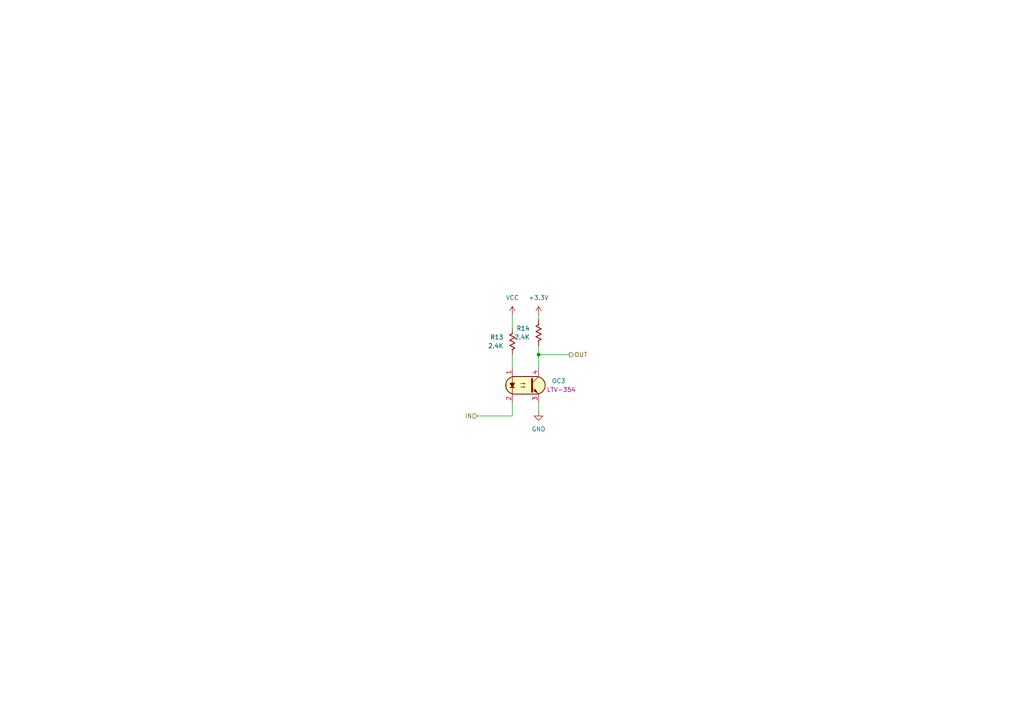
<source format=kicad_sch>
(kicad_sch (version 20250114) (generator "eeschema") (generator_version "9.0")
  (paper "A4")
  (lib_symbols
    (symbol "GP8211S-TC50:R_0603" (pin_numbers (hide yes)) (pin_names (offset 0))
      (property "Reference" "R" (at 2.54 1.27 0))
      (property "Value" "R_0603" (at 2.54 -1.27 0))
      (symbol "R_0603_0_1"
        (polyline (pts (xy 0 2.286) (xy 0 2.54)) (stroke (width 0.254)))
        (polyline (pts (xy 0 2.286) (xy 0.762 1.905) (xy -0.762 1.143) (xy 0 0.762) (xy 0.762 0.381) (xy 0 0) (xy -0.762 -0.381) (xy 0 -0.762) (xy 0.762 -1.143) (xy 0 -1.524) (xy -0.762 -1.905) (xy 0 -2.286)) (stroke (width 0.254)))
        (polyline (pts (xy 0 -2.286) (xy 0 -2.54)) (stroke (width 0.254)))
      )
      (symbol "R_0603_0_2"
        (polyline (pts (xy -2.54 -2.54) (xy -1.778 -1.778)))
        (polyline (pts (xy -1.778 -1.778) (xy -1.524 -1.524)) (stroke (width 0.254)))
        (polyline (pts (xy -1.524 -1.524) (xy -1.778 -0.762) (xy -1.016 -1.016)) (stroke (width 0.254)))
        (polyline (pts (xy -0.508 -0.508) (xy -0.762 0.254) (xy 0 0)) (stroke (width 0.254)))
        (polyline (pts (xy -0.508 -0.508) (xy -0.254 -1.27) (xy -1.016 -1.016)) (stroke (width 0.254)))
        (polyline (pts (xy 0.508 0.508) (xy 0.254 1.27) (xy 1.016 1.016)) (stroke (width 0.254)))
        (polyline (pts (xy 0.508 0.508) (xy 0.762 -0.254) (xy 0 0)) (stroke (width 0.254)))
        (polyline (pts (xy 1.524 1.524) (xy 1.778 0.762) (xy 1.016 1.016)) (stroke (width 0.254)))
        (polyline (pts (xy 1.778 1.778) (xy 1.524 1.524)) (stroke (width 0.254)))
        (polyline (pts (xy 1.778 1.778) (xy 2.54 2.54)))
      )
      (symbol "R_0603_1_1"
        (pin passive line (at 0 3.81 270) (length 1.27) (name "~") (number "1"))
        (pin passive line (at 0 -3.81 90) (length 1.27) (name "~") (number "2"))
      )
      (symbol "R_0603_1_2"
        (pin passive line (at -2.54 -2.54 0) (length 0) (name "") (number "2"))
        (pin passive line (at 2.54 2.54 180) (length 0) (name "") (number "1"))
      )
    )
    (symbol "Optocoupler_AKL:FOD817S" (pin_names (offset 1.016))
      (property "Reference" "OC" (at 6.35 1.27 0))
      (property "Value" "FOD817S" (at 6.35 -1.27 0))
      (symbol "FOD817S_0_1"
        (polyline (pts (xy -4.445 -0.635) (xy -3.175 -0.635)) (stroke (width 0.254)))
        (polyline (pts (xy -3.81 -0.635) (xy -4.445 0.635) (xy -3.175 0.635) (xy -3.81 -0.635)) (stroke (width 0.254)) (fill (type outline)))
        (polyline (pts (xy -3.81 -2.54) (xy -3.81 -1.27) (xy -3.81 2.54)) (stroke (width 0.1524)))
        (polyline (pts (xy -3.175 2.54) (xy 3.175 2.54)) (stroke (width 0.254)))
        (arc (start -3.1975 -2.54) (mid -5.7151 0) (end -3.1975 2.54) (stroke (width 0.254)))
        (polyline (pts (xy -2.54 2.54) (xy 3.429 2.54) (xy 4.318 2.286) (xy 4.699 2.032) (xy 5.08 1.651) (xy 5.461 1.016) (xy 5.715 0.381) (xy 5.715 -0.381) (xy 5.461 -1.143) (xy 4.826 -1.905) (xy 4.191 -2.286) (xy 3.302 -2.54) (xy -3.81 -2.54) (xy -3.81 -2.54) (xy -4.572 -2.032) (xy -5.08 -1.778) (xy -5.588 -0.508) (xy -5.588 0.254) (xy -5.588 1.016) (xy -5.08 1.778) (xy -4.318 2.286) (xy -3.556 2.54) (xy -2.54 2.54)) (stroke (width 0.01)) (fill (type background)))
        (polyline (pts (xy -1.397 0.508) (xy -0.127 0.508) (xy -0.508 0.381) (xy -0.508 0.635) (xy -0.127 0.508)))
        (polyline (pts (xy -1.397 -0.508) (xy -0.127 -0.508) (xy -0.508 -0.635) (xy -0.508 -0.381) (xy -0.127 -0.508)))
        (polyline (pts (xy 1.905 1.905) (xy 1.905 -1.905) (xy 1.905 -1.905)) (stroke (width 0.508)))
        (polyline (pts (xy 1.905 0.635) (xy 3.81 2.54)))
        (polyline (pts (xy 2.413 -1.651) (xy 2.921 -1.143) (xy 3.429 -2.159) (xy 2.413 -1.651) (xy 2.413 -1.651)) (fill (type outline)))
        (arc (start 3.1975 2.54) (mid 5.7151 0) (end 3.1975 -2.54) (stroke (width 0.254)))
        (polyline (pts (xy 3.175 -2.54) (xy -3.175 -2.54)) (stroke (width 0.254)))
        (polyline (pts (xy 3.81 -2.54) (xy 1.905 -0.635)) (fill (type outline)))
      )
      (symbol "FOD817S_1_1"
        (pin passive line (at -3.81 5.08 270) (length 2.54) (name "~") (number "1"))
        (pin passive line (at -3.81 -5.08 90) (length 2.54) (name "~") (number "2"))
        (pin passive line (at 3.81 5.08 270) (length 2.54) (name "~") (number "4"))
        (pin passive line (at 3.81 -5.08 90) (length 2.54) (name "~") (number "3"))
      )
    )
    (symbol "power:+3.3V" (power) (pin_numbers (hide yes)) (pin_names (offset 0) (hide yes))
      (property "Value" "+3.3V" (at 0 3.556 0))
      (symbol "+3.3V_0_1"
        (polyline (pts (xy -0.762 1.27) (xy 0 2.54)))
        (polyline (pts (xy 0 2.54) (xy 0.762 1.27)))
        (polyline (pts (xy 0 0) (xy 0 2.54)))
      )
      (symbol "+3.3V_1_1"
        (pin power_in line (at 0 0 90) (length 0) (name "~") (number "1"))
      )
    )
    (symbol "power:GND" (power) (pin_numbers (hide yes)) (pin_names (offset 0) (hide yes))
      (property "Value" "GND" (at 0 -3.81 0))
      (symbol "GND_0_1"
        (polyline (pts (xy 0 0) (xy 0 -1.27) (xy 1.27 -1.27) (xy 0 -2.54) (xy -1.27 -1.27) (xy 0 -1.27)))
      )
      (symbol "GND_1_1"
        (pin power_in line (at 0 0 270) (length 0) (name "~") (number "1"))
      )
    )
    (symbol "power:VCC" (power) (pin_numbers (hide yes)) (pin_names (offset 0) (hide yes))
      (property "Value" "VCC" (at 0 3.556 0))
      (symbol "VCC_0_1"
        (polyline (pts (xy -0.762 1.27) (xy 0 2.54)))
        (polyline (pts (xy 0 2.54) (xy 0.762 1.27)))
        (polyline (pts (xy 0 0) (xy 0 2.54)))
      )
      (symbol "VCC_1_1"
        (pin power_in line (at 0 0 90) (length 0) (name "~") (number "1"))
      )
    )
  )
  (junction (at 156.21 102.87))
  (wire (pts (xy 156.21 100.33) (xy 156.21 102.87)))
  (wire (pts (xy 148.59 91.44) (xy 148.59 95.25)))
  (wire (pts (xy 156.21 102.87) (xy 165.1 102.87)))
  (wire (pts (xy 156.21 102.87) (xy 156.21 106.68)))
  (wire (pts (xy 148.59 120.65) (xy 148.59 116.84)))
  (wire (pts (xy 156.21 116.84) (xy 156.21 119.38)))
  (wire (pts (xy 138.43 120.65) (xy 148.59 120.65)))
  (wire (pts (xy 156.21 91.44) (xy 156.21 92.71)))
  (wire (pts (xy 148.59 102.87) (xy 148.59 106.68)))
  (hierarchical_label "OUT" (shape output) (at 165.1 102.87 0))
  (hierarchical_label "IN" (shape input) (at 138.43 120.65 180))
  (symbol (lib_id "Optocoupler_AKL:FOD817S") (at 152.4 111.76 0) (unit 1)
    (property "Reference" "OC3" (at 160.02 110.4899 0) (effects (justify left)))
    (property "Value" "FOD817S" (effects (hide yes)))
    (property "Footprint" "Package_DIP_AKL:SMDIP-4_W9.53mm" (effects (hide yes)))
    (property "Datasheet" "https://www.tme.eu/Document/3a0358906a5fcb3aa253d025de809a1d/FOD814300W.PDF" (effects (hide yes)))
    (property "Description" "SMDIP-4 Optocoupler, Transistor output, 5kV, 8us, Alternate KiCAD Library" (effects (hide yes)))
    (property "Part Number" "LTV-354" (at 162.814 113.03 0))
  )
  (symbol (lib_id "power:VCC") (at 148.59 91.44 0) (unit 1)
    (property "Reference" "#PWR026" (effects (hide yes)))
    (property "Value" "VCC" (at 148.59 86.36 0))
    (property "Description" "Power symbol creates a global label with name \"VCC\"" (effects (hide yes)))
  )
  (symbol (lib_id "power:GND") (at 156.21 119.38 0) (unit 1)
    (property "Reference" "#PWR028" (effects (hide yes)))
    (property "Value" "GND" (at 156.21 124.46 0))
    (property "Description" "Power symbol creates a global label with name \"GND\" , ground" (effects (hide yes)))
  )
  (symbol (lib_id "GP8211S-TC50:R_0603") (at 156.21 96.52 0) (mirror x) (unit 1)
    (property "Reference" "R14" (at 153.67 95.2499 0) (effects (justify right)))
    (property "Value" "2.4K" (at 153.67 97.7899 0) (effects (justify right)))
    (property "Footprint" "PCM_Resistor_SMD_AKL:R_0603_1608Metric" (effects (hide yes)))
    (property "Description" "SMD 0603 Chip Resistor, US Symbol, Alternate KiCad Library" (effects (hide yes)))
  )
  (symbol (lib_id "GP8211S-TC50:R_0603") (at 148.59 99.06 0) (mirror x) (unit 1)
    (property "Reference" "R13" (at 146.05 97.7899 0) (effects (justify right)))
    (property "Value" "2.4K" (at 146.05 100.3299 0) (effects (justify right)))
    (property "Footprint" "PCM_Resistor_SMD_AKL:R_0603_1608Metric" (effects (hide yes)))
    (property "Description" "SMD 0603 Chip Resistor, US Symbol, Alternate KiCad Library" (effects (hide yes)))
  )
  (symbol (lib_id "power:+3.3V") (at 156.21 91.44 0) (unit 1)
    (property "Reference" "#PWR027" (effects (hide yes)))
    (property "Value" "+3.3V" (at 156.21 86.36 0))
    (property "Description" "Power symbol creates a global label with name \"+3.3V\"" (effects (hide yes)))
  )
)
</source>
